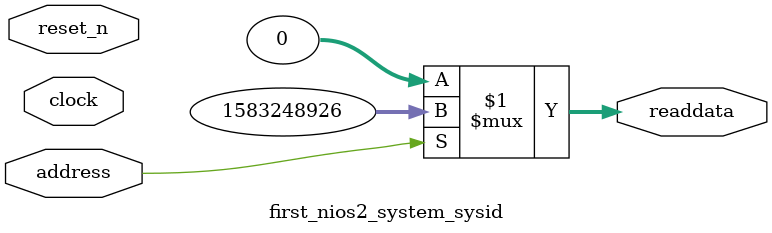
<source format=v>



// synthesis translate_off
`timescale 1ns / 1ps
// synthesis translate_on

// turn off superfluous verilog processor warnings 
// altera message_level Level1 
// altera message_off 10034 10035 10036 10037 10230 10240 10030 

module first_nios2_system_sysid (
               // inputs:
                address,
                clock,
                reset_n,

               // outputs:
                readdata
             )
;

  output  [ 31: 0] readdata;
  input            address;
  input            clock;
  input            reset_n;

  wire    [ 31: 0] readdata;
  //control_slave, which is an e_avalon_slave
  assign readdata = address ? 1583248926 : 0;

endmodule



</source>
